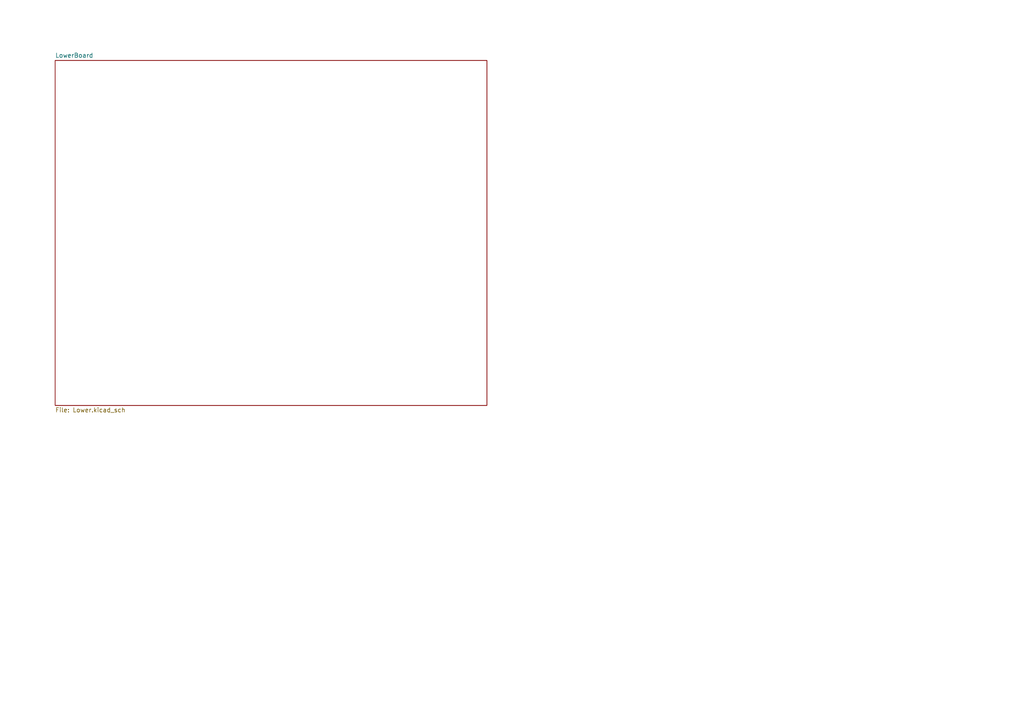
<source format=kicad_sch>
(kicad_sch
	(version 20231120)
	(generator "eeschema")
	(generator_version "8.0")
	(uuid "22649217-9810-470f-bc7b-6f743ad2b90e")
	(paper "A4")
	(lib_symbols)
	(sheet
		(at 16.002 17.526)
		(size 125.222 100.076)
		(fields_autoplaced yes)
		(stroke
			(width 0.1524)
			(type solid)
		)
		(fill
			(color 0 0 0 0.0000)
		)
		(uuid "3d9ecb3b-9556-42d6-955a-a32d9efd5d3a")
		(property "Sheetname" "LowerBoard"
			(at 16.002 16.8144 0)
			(effects
				(font
					(size 1.27 1.27)
				)
				(justify left bottom)
			)
		)
		(property "Sheetfile" "Lower.kicad_sch"
			(at 16.002 118.1866 0)
			(effects
				(font
					(size 1.27 1.27)
				)
				(justify left top)
			)
		)
		(instances
			(project "LowerBoard1v2"
				(path "/22649217-9810-470f-bc7b-6f743ad2b90e"
					(page "9")
				)
			)
		)
	)
	(sheet_instances
		(path "/"
			(page "1")
		)
	)
)

</source>
